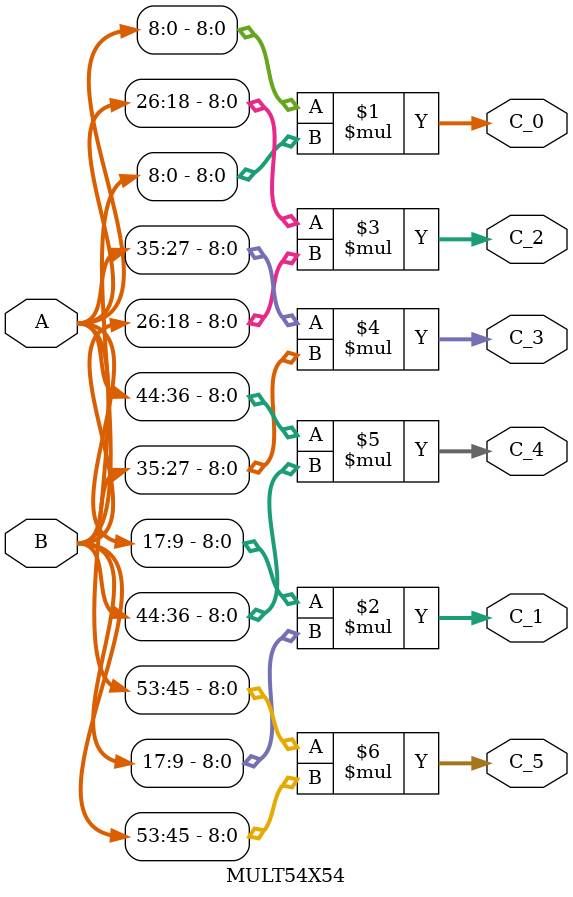
<source format=v>
(* techmap_celltype = "$mul $__mul $__MULT9X9" *)
module MULT54X54(
        input signed [53:0] A,
        input signed [53:0] B,
//      output signed [107:0] Y
        output signed [17:0] C_0,
        output signed [17:0] C_1,
        output signed [17:0] C_2,
        output signed [17:0] C_3,
        output signed [17:0] C_4,
        output signed [17:0] C_5
 );

wire signed [17:0] C_0;
wire signed [17:0] C_1;
wire signed [17:0] C_2;
wire signed [17:0] C_3;
wire signed [17:0] C_4;
wire signed [17:0] C_5;

/*wire signed [8:0] A_0 = A[8:0];
wire signed [8:0] B_0 = B[8:0];
wire signed [8:0] A_1 = A[17:9];
wire signed [8:0] B_1 = B[17:9];
wire signed [8:0] A_2 = A[26:18];
wire signed [8:0] B_2 = B[26:18];
wire signed [8:0] A_3 = A[35:27];
wire signed [8:0] B_3 = B[35:27];
wire signed [8:0] A_4 = A[44:36];
wire signed [8:0] B_4 = B[44:36];
wire signed [8:0] A_5 = A[53:45];
wire signed [8:0] B_5 = B[53:45];

assign C_0 = A_0 * B_0;
assign C_1 = A_1 * B_1;
assign C_2 = A_2 * B_2;
assign C_3 = A_3 * B_3;
assign C_4 = A_4 * B_4;
assign C_5 = A_5 * B_5;*/

assign C_0 = A[8:0] * B[8:0];
assign C_1 = A[17:9] * B[17:9];
assign C_2 = A[26:18] * B[26:18];
assign C_3 = A[35:27] * B[35:27];
assign C_4 = A[44:36] * B[44:36];
assign C_5 = A[53:45] * B[53:45];

//assign Y = {C_5, C_4, C_3, C_2, C_1, C_0};


endmodule

</source>
